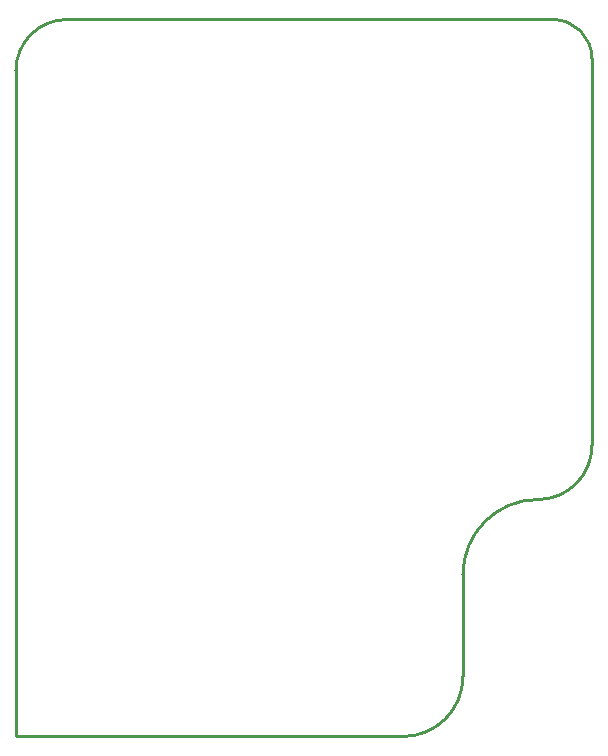
<source format=gko>
G04 start of page 3 for group 7 layer_idx 7 *
G04 Title: (unknown), global outline *
G04 Creator: pcb-rnd 1.2.4 *
G04 CreationDate: 2017-09-22 19:00:37 UTC *
G04 For:  *
G04 Format: Gerber/RS-274X *
G04 PCB-Dimensions: 600000 500000 *
G04 PCB-Coordinate-Origin: lower left *
%MOIN*%
%FSLAX25Y25*%
%LNOUTLINE*%
%ADD27C,0.0100*%
G54D27*X229500Y151660D02*X358500D01*
X378500Y171660D02*Y205660D01*
X421500Y248660D02*Y377660D01*
X229500Y373660D02*Y151660D01*
X246500Y390660D02*X408500D01*
X421500Y377660D02*G75*G03X408500Y390660I-13000J0D01*G01*
X358500Y151660D02*G75*G03X378500Y171660I0J20000D01*G01*
X403500Y230660D02*G75*G03X421500Y248660I0J18000D01*G01*
X378500Y205660D02*G75*G02X403500Y230660I25000J0D01*G01*
X246500Y390660D02*G75*G03X229500Y373660I0J-17000D01*G01*
M02*

</source>
